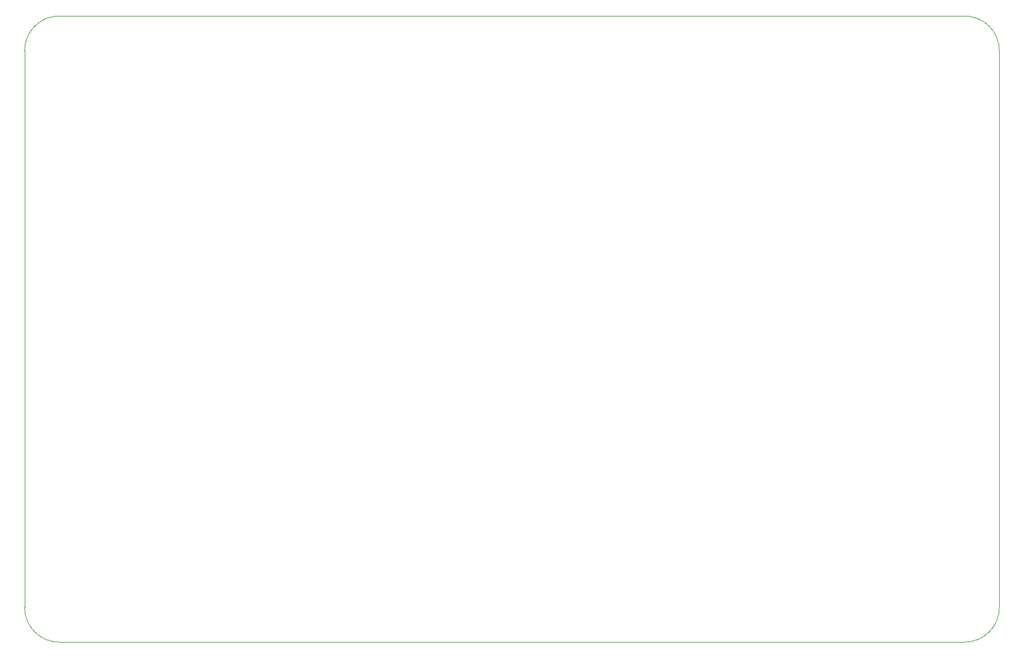
<source format=gbr>
%TF.GenerationSoftware,KiCad,Pcbnew,(6.0.5)*%
%TF.CreationDate,2022-07-21T22:29:02-04:00*%
%TF.ProjectId,clock,636c6f63-6b2e-46b6-9963-61645f706362,rev?*%
%TF.SameCoordinates,PX4cc9b70PY86327e0*%
%TF.FileFunction,Profile,NP*%
%FSLAX46Y46*%
G04 Gerber Fmt 4.6, Leading zero omitted, Abs format (unit mm)*
G04 Created by KiCad (PCBNEW (6.0.5)) date 2022-07-21 22:29:02*
%MOMM*%
%LPD*%
G01*
G04 APERTURE LIST*
%TA.AperFunction,Profile*%
%ADD10C,0.050000*%
%TD*%
G04 APERTURE END LIST*
D10*
X139386534Y84551534D02*
G75*
G03*
X134386466Y89551534I-5000034J-34D01*
G01*
X139386466Y84551534D02*
X139386466Y4551534D01*
X134386466Y-448466D02*
X4386466Y-448466D01*
X134386466Y89551534D02*
X4386466Y89551534D01*
X-613466Y4551534D02*
G75*
G03*
X4386466Y-448466I4999966J-34D01*
G01*
X134386466Y-448466D02*
G75*
G03*
X139386466Y4551534I34J4999966D01*
G01*
X-613534Y84551534D02*
X-613534Y4551534D01*
X4386466Y89551534D02*
G75*
G03*
X-613534Y84551534I4J-5000004D01*
G01*
M02*

</source>
